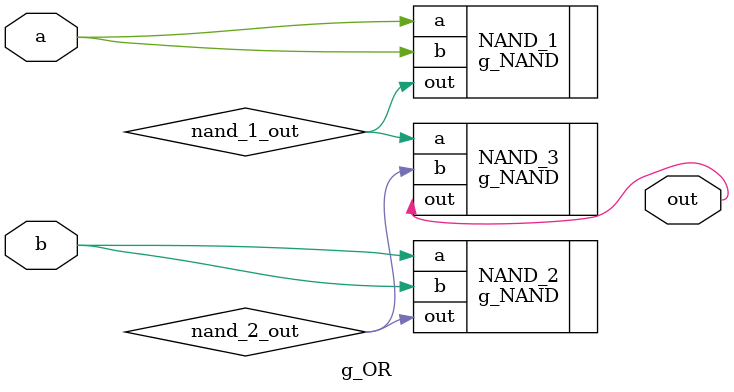
<source format=v>

module g_OR
(
    input  a,
    input  b,
    output out
);

// | a | b | out |
// | - | - | --  |
// | 0 | 0 | 0   |
// | 0 | 1 | 1   | (NOT(a) AND b)
// | 1 | 0 | 1   | (a AND NOT(b))
// | 1 | 1 | 1   | (a AND b)

// (NOT(a) AND b) OR (a AND NOT(b)) OR (a AND b)
// NOT(NOT(a) and NOT(b))
// (a OR b)
// assign out = a | b;

// NOT(NOT(a) AND NOT(b))
// ((a NAND a) NAND (b NAND b))

wire nand_1_out;

g_NAND NAND_1
(
    .a(a),
    .b(a),
    .out(nand_1_out)
);

wire nand_2_out;

g_NAND NAND_2
(
    .a(b),
    .b(b),
    .out(nand_2_out)
);

wire nand_3_out;

g_NAND NAND_3
(
    .a(nand_1_out),
    .b(nand_2_out),
    .out(out)
);

endmodule

</source>
